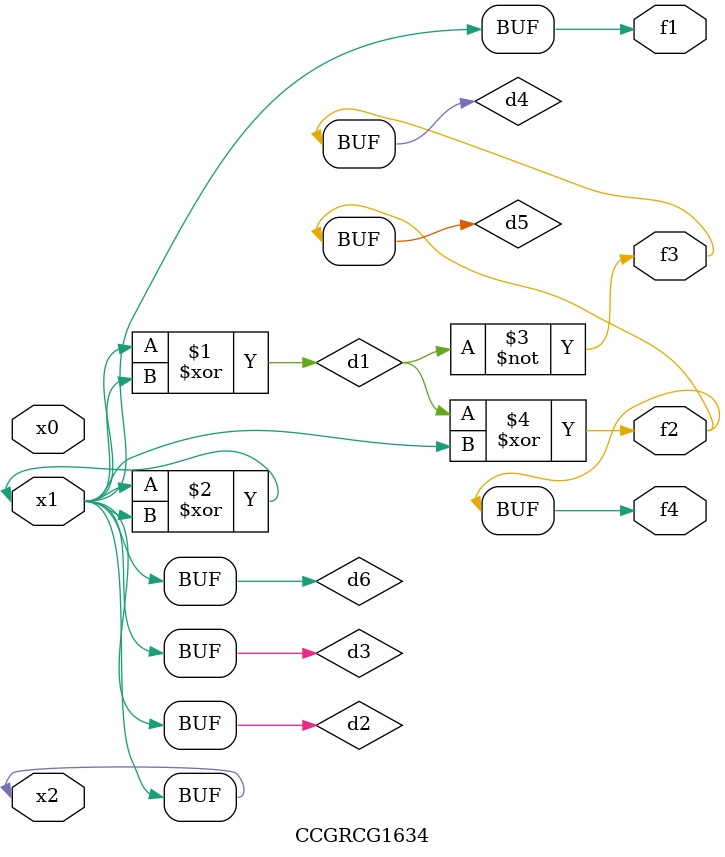
<source format=v>
module CCGRCG1634(
	input x0, x1, x2,
	output f1, f2, f3, f4
);

	wire d1, d2, d3, d4, d5, d6;

	xor (d1, x1, x2);
	buf (d2, x1, x2);
	xor (d3, x1, x2);
	nor (d4, d1);
	xor (d5, d1, d2);
	buf (d6, d2, d3);
	assign f1 = d6;
	assign f2 = d5;
	assign f3 = d4;
	assign f4 = d5;
endmodule

</source>
